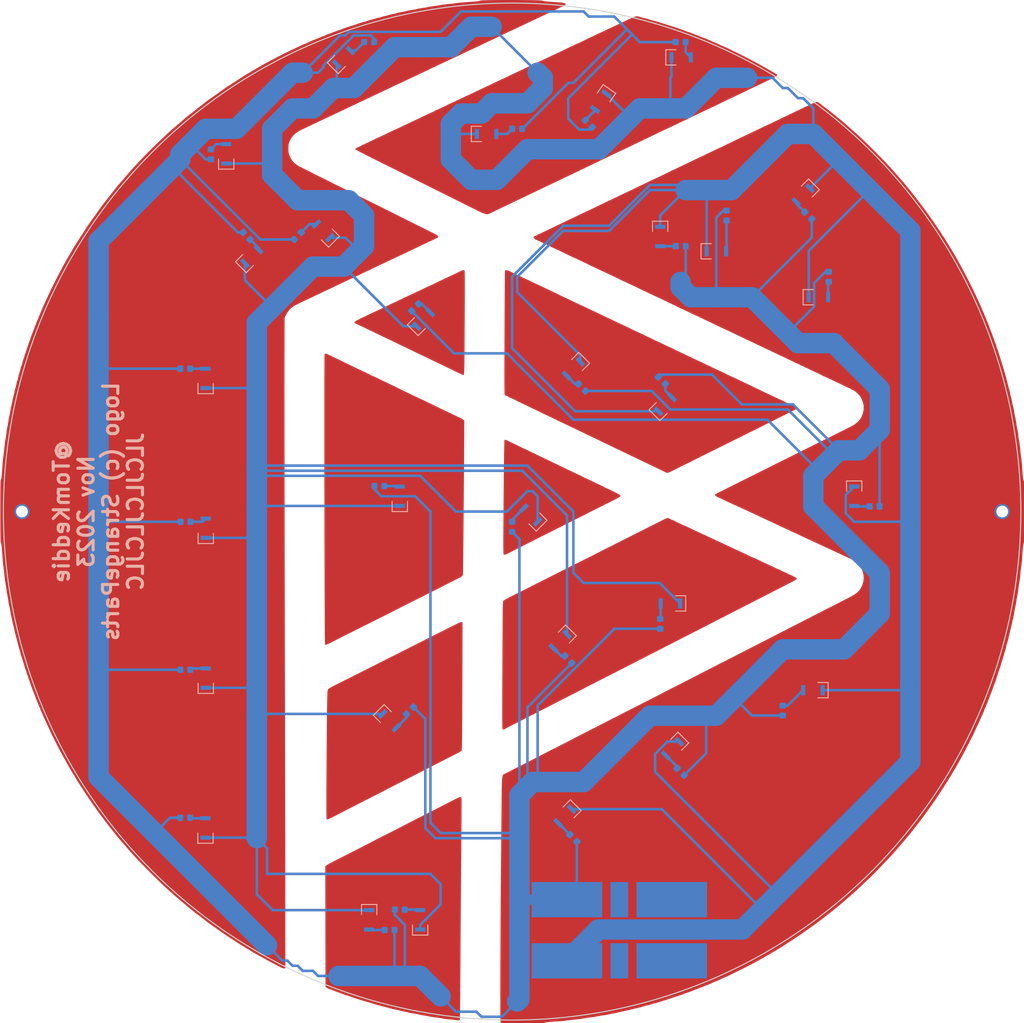
<source format=kicad_pcb>
(kicad_pcb (version 20221018) (generator pcbnew)
  (layers (0 "F.Cu" signal) (31 "B.Cu" signal) (34 "B.Paste" user) (35 "F.Paste" user) (36 "B.SilkS" user "B.Silkscreen") (37 "F.SilkS" user "F.Silkscreen") (38 "B.Mask" user) (39 "F.Mask" user) (44 "Edge.Cuts" user))
  (net 0 "")
  (net 1 "GND")
  (net 2 "Net-(D1-A)")
  (net 3 "+3.3V")
  (net 8 "Net-(D2-A)")
  (net 9 "Net-(D3-A)")
  (net 10 "Net-(D4-A)")
  (net 11 "Net-(D5-A)")
  (net 12 "Net-(D6-A)")
  (net 13 "Net-(D7-A)")
  (net 14 "Net-(D8-A)")
  (net 15 "Net-(D9-A)")
  (net 16 "Net-(D10-A)")
  (net 17 "Net-(D11-A)")
  (net 18 "Net-(D12-A)")
  (net 19 "Net-(D13-A)")
  (net 20 "Net-(D14-A)")
  (net 21 "Net-(D15-A)")
  (net 22 "Net-(D16-A)")
  (net 23 "Net-(D17-A)")
  (net 24 "Net-(D18-A)")
  (net 25 "Net-(D19-A)")
  (net 26 "Net-(D20-A)")
  (net 27 "Net-(D21-A)")
  (net 28 "Net-(D22-A)")
  (net 29 "Net-(D23-A)")
  (net 30 "Net-(D24-A)")
  (net 31 "Net-(D25-A)")
  (net 32 "Net-(D26-A)")
  (net 33 "Net-(D27-A)")
  (net 34 "Net-(D28-A)")
  (net 35 "Net-(D29-A)")
  (footprint "library:logo-copper" (layer "F.Cu") (at 100 100)
    (fp_text reference "G***" hide)
    (fp_text value "LOGO" hide)
  )
  (footprint "library:logo-negative-mask" (layer "F.Cu") (at 100 100)
    (fp_text reference "G***" hide)
    (fp_text value "LOGO" hide)
  )
  (footprint "tom-opto:JLCPCB_SIDE_C409529" (layer "B.Cu") (at 133.5 98.5 180)
    (fp_text reference "D10" hide)
    (fp_text value "LED" hide)
  )
  (footprint "tom-opto:JLCPCB_SIDE_C409529" (layer "B.Cu") (at 91 140)
    (fp_text reference "D1" hide)
    (fp_text value "LED" hide)
  )
  (footprint "tom-opto:JLCPCB_SIDE_C409529" (layer "B.Cu") (at 89 98.5)
    (fp_text reference "D12" hide)
    (fp_text value "LED" hide)
  )
  (footprint "tom-passives:R_0402_1005Metric" (layer "B.Cu") (at 116.5 125.5 135)
    (fp_text reference "R4" hide)
    (fp_text value "220" hide)
  )
  (footprint "tom-opto:JLCPCB_SIDE_C409529" (layer "B.Cu") (at 74.5 75 -45)
    (fp_text reference "D22" hide)
    (fp_text value "LED" hide)
  )
  (footprint "tom-opto:JLCPCB_SIDE_C409529" (layer "B.Cu") (at 108.671751 59.828249 145)
    (fp_text reference "D17" hide)
    (fp_text value "LED" hide)
  )
  (footprint "tom-opto:JLCPCB_SIDE_C409529" (layer "B.Cu") (at 104.707107 112.707107 135)
    (fp_text reference "D9" hide)
    (fp_text value "LED" hide)
  )
  (footprint "tom-opto:JLCPCB_SIDE_C409529" (layer "B.Cu") (at 86 140 180)
    (fp_text reference "D2" hide)
    (fp_text value "LED" hide)
  )
  (footprint "tom-passives:R_0402_1005Metric" (layer "B.Cu") (at 88 141 180)
    (fp_text reference "R2" hide)
    (fp_text value "220" hide)
  )
  (footprint "tom-passives:R_0402_1005Metric" (layer "B.Cu") (at 107.5 62 135)
    (fp_text reference "R17" hide)
    (fp_text value "220" hide)
  )
  (footprint "tom-opto:JLCPCB_SIDE_C409529" (layer "B.Cu") (at 114.5 73.05 180)
    (fp_text reference "D14" hide)
    (fp_text value "LED" hide)
  )
  (footprint "tom-passives:R_0402_1005Metric" (layer "B.Cu") (at 129 71 135)
    (fp_text reference "R13" hide)
    (fp_text value "220" hide)
  )
  (footprint "tom-connectors:Badgelife-SAOv169-SAO-2x3-SMD-BIGPADS" (layer "B.Cu") (at 110.5 141 180)
    (fp_text reference "X1" hide)
    (fp_text value "Badgelife_sao_connector_v169bis" hide)
  )
  (footprint "tom-opto:JLCPCB_SIDE_C409529" (layer "B.Cu") (at 72 64.949999)
    (fp_text reference "D18" hide)
    (fp_text value "LED" hide)
  )
  (footprint "tom-opto:JLCPCB_SIDE_C409529" (layer "B.Cu") (at 128.5 69 135)
    (fp_text reference "D13" hide)
    (fp_text value "LED" hide)
  )
  (footprint "tom-passives:R_0402_1005Metric" (layer "B.Cu") (at 74 73 -45)
    (fp_text reference "R22" hide)
    (fp_text value "220" hide)
  )
  (footprint "tom-passives:R_0402_1005Metric" (layer "B.Cu") (at 131 77 -90)
    (fp_text reference "R24" hide)
    (fp_text value "220" hide)
  )
  (footprint "tom-opto:JLCPCB_SIDE_C409529" (layer "B.Cu") (at 69.97 131)
    (fp_text reference "D7" hide)
    (fp_text value "LED" hide)
  )
  (footprint "tom-passives:R_0402_1005Metric" (layer "B.Cu") (at 121 71 -90)
    (fp_text reference "R20" hide)
    (fp_text value "220" hide)
  )
  (footprint "tom-passives:R_0402_1005Metric" (layer "B.Cu") (at 68 115.5)
    (fp_text reference "R27" hide)
    (fp_text value "220" hide)
  )
  (footprint "tom-opto:JLCPCB_SIDE_C409529" (layer "B.Cu") (at 106 86 135)
    (fp_text reference "D19" hide)
    (fp_text value "LED" hide)
  )
  (footprint "tom-opto:JLCPCB_SIDE_C409529" (layer "B.Cu") (at 70 116.316665)
    (fp_text reference "D27" hide)
    (fp_text value "LED" hide)
  )
  (footprint "library:logo-mirrored-negative-mask" (layer "B.Cu") (at 100 100 180)
    (fp_text reference "G***" hide)
    (fp_text value "LOGO" hide)
  )
  (footprint "tom-passives:R_0402_1005Metric" (layer "B.Cu") (at 100 101.5 90)
    (fp_text reference "R25" hide)
    (fp_text value "220" hide)
  )
  (footprint "tom-passives:R_0402_1005Metric" (layer "B.Cu") (at 135.5 99.5 180)
    (fp_text reference "R10" hide)
    (fp_text value "220" hide)
  )
  (footprint "tom-passives:R_0402_1005Metric" (layer "B.Cu") (at 106 132 135)
    (fp_text reference "R3" hide)
    (fp_text value "220" hide)
  )
  (footprint "tom-passives:R_0402_1005Metric" (layer "B.Cu") (at 116.515 74 180)
    (fp_text reference "R14" hide)
    (fp_text value "220" hide)
  )
  (footprint "tom-passives:R_0402_1005Metric" (layer "B.Cu") (at 68.015 101)
    (fp_text reference "R26" hide)
    (fp_text value "220" hide)
  )
  (footprint "tom-passives:R_0402_1005Metric" (layer "B.Cu") (at 67.985 86)
    (fp_text reference "R11" hide)
    (fp_text value "220" hide)
  )
  (footprint "tom-passives:R_0402_1005Metric" (layer "B.Cu") (at 100.5 62.5 180)
    (fp_text reference "R21" hide)
    (fp_text value "220" hide)
  )
  (footprint "tom-opto:JLCPCB_SIDE_C409529" (layer "B.Cu") (at 105.171751 129.828249 135)
    (fp_text reference "D3" hide)
    (fp_text value "LED" hide)
  )
  (footprint "tom-opto:JLCPCB_SIDE_C409529" (layer "B.Cu") (at 120 74.5 -90)
    (fp_text reference "D20" hide)
    (fp_text value "LED" hide)
  )
  (footprint "tom-opto:JLCPCB_SIDE_C409529" (layer "B.Cu") (at 97.5 63 -90)
    (fp_text reference "D21" hide)
    (fp_text value "LED" hide)
  )
  (footprint "tom-opto:JLCPCB_SIDE_C409529" (layer "B.Cu") (at 69.985 86.949999)
    (fp_text reference "D11" hide)
    (fp_text value "LED" hide)
  )
  (footprint "tom-opto:JLCPCB_SIDE_C409529" (layer "B.Cu") (at 91.328249 81.171751 -45)
    (fp_text reference "D16" hide)
    (fp_text value "LED" hide)
  )
  (footprint "tom-passives:R_0402_1005Metric" (layer "B.Cu") (at 89 139)
    (fp_text reference "R1" hide)
    (fp_text value "220" hide)
  )
  (footprint "tom-passives:R_0402_1005Metric" (layer "B.Cu") (at 67.985 130)
    (fp_text reference "R7" hide)
    (fp_text value "220" hide)
  )
  (footprint "tom-opto:JLCPCB_SIDE_C409529" (layer "B.Cu") (at 81.5 72.5 45)
    (fp_text reference "D29" hide)
    (fp_text value "LED" hide)
  )
  (footprint "tom-opto:JLCPCB_SIDE_C409529" (layer "B.Cu") (at 101.828249 100.328249 45)
    (fp_text reference "D25" hide)
    (fp_text value "LED" hide)
  )
  (footprint "tom-passives:R_0402_1005Metric" (layer "B.Cu") (at 90 119.5 -135)
    (fp_text reference "R6" hide)
    (fp_text value "220" hide)
  )
  (footprint "tom-passives:R_0402_1005Metric" (layer "B.Cu") (at 116.5 54)
    (fp_text reference "R15" hide)
    (fp_text value "220" hide)
  )
  (footprint "tom-passives:R_0402_1005Metric" (layer "B.Cu") (at 70.5 65 90)
    (fp_text reference "R18" hide)
    (fp_text value "220" hide)
  )
  (footprint "tom-opto:JLCPCB_SIDE_C409529" (layer "B.Cu") (at 115 89.5 -45)
    (fp_text reference "D23" hide)
    (fp_text value "LED" hide)
  )
  (footprint "tom-passives:R_0402_1005Metric" (layer "B.Cu") (at 86 54 180)
    (fp_text reference "R28" hide)
    (fp_text value "220" hide)
  )
  (footprint "tom-passives:R_0402_1005Metric" (layer "B.Cu") (at 90.5 80 45)
    (fp_text reference "R16" hide)
    (fp_text value "220" hide)
  )
  (footprint "tom-opto:JLCPCB_SIDE_C409529" (layer "B.Cu") (at 70 101.633332)
    (fp_text reference "D26" hide)
    (fp_text value "LED" hide)
  )
  (footprint "tom-opto:JLCPCB_SIDE_C409529" (layer "B.Cu") (at 130 79 -90)
    (fp_text reference "D24" hide)
    (fp_text value "LED" hide)
  )
  (footprint "tom-passives:R_0402_1005Metric" (layer "B.Cu") (at 126.5 119.5 90)
    (fp_text reference "R5" hide)
    (fp_text value "220" hide)
  )
  (footprint "tom-opto:JLCPCB_SIDE_C409529" (layer "B.Cu") (at 83.5 55.5 -45)
    (fp_text reference "D28" hide)
    (fp_text value "LED" hide)
  )
  (footprint "tom-opto:JLCPCB_SIDE_C409529" (layer "B.Cu") (at 116.550001 55.5 -90)
    (fp_text reference "D15" hide)
    (fp_text value "LED" hide)
  )
  (footprint "tom-passives:R_0402_1005Metric" (layer "B.Cu") (at 114.657053 87.157053 -45)
    (fp_text reference "R23" hide)
    (fp_text value "220" hide)
  )
  (footprint "tom-passives:R_0402_1005Metric" (layer "B.Cu") (at 105.5 114.5 135)
    (fp_text reference "R9" hide)
    (fp_text value "220" hide)
  )
  (footprint "tom-opto:JLCPCB_SIDE_C409529" (layer "B.Cu") (at 129.45 117.5 90)
    (fp_text reference "D5" hide)
    (fp_text value "LED" hide)
  )
  (footprint "tom-passives:R_0402_1005Metric" (layer "B.Cu") (at 79 73 45)
    (fp_text reference "R29" hide)
    (fp_text value "220" hide)
  )
  (footprint "tom-opto:JLCPCB_SIDE_C409529" (layer "B.Cu") (at 115.5 109 90)
    (fp_text reference "D8" hide)
    (fp_text value "LED" hide)
  )
  (footprint "tom-passives:R_0402_1005Metric" (layer "B.Cu") (at 114.5 111 90)
    (fp_text reference "R8" hide)
    (fp_text value "220" hide)
  )
  (footprint "tom-passives:R_0402_1005Metric" (layer "B.Cu") (at 106.842947 87.842947 135)
    (fp_text reference "R19" hide)
    (fp_text value "220" hide)
  )
  (footprint "tom-opto:JLCPCB_SIDE_C409529" (layer "B.Cu") (at 115.707107 123.207107 135)
    (fp_text reference "D4" hide)
    (fp_text value "LED" hide)
  )
  (footprint "tom-opto:JLCPCB_SIDE_C409529" (layer "B.Cu") (at 88 120.5 -135)
    (fp_text reference "D6" hide)
    (fp_text value "LED" hide)
  )
  (footprint "tom-passives:R_0402_1005Metric" (layer "B.Cu") (at 87 97.5)
    (fp_text reference "R12" hide)
    (fp_text value "220" hide)
  )
  (gr_circle (center 100 100) (end 149 91) (stroke (width 0.1)) (fill none) (layer "Edge.Cuts"))
  (gr_text "@TomKeddie\nNov 2023\nLogo (c) StrangeParts\nJLCJLCJLCJLC" (at 59.5 100 90) (layer "B.SilkS") (effects (font (size 1.5 1.5) (thickness 0.3) bold) (justify mirror)))
  (via (at 52 100) (size 1.5) (drill 1.152) (layers "F.Cu" "B.Cu") (net 0))
  (via (at 148 100) (size 1.5) (drill 1.152) (layers "F.Cu" "B.Cu") (net 0))
  (segment (start 125.5 57.5) (end 123 57.5) (width 0.25) (layer "B.Cu") (net 1))
  (segment (start 91 140.95) (end 91 140.5) (width 0.25) (layer "B.Cu") (net 1))
  (segment (start 75 81.5) (end 75 88) (width 2) (layer "B.Cu") (net 1))
  (segment (start 117 60.5) (end 115 60.5) (width 2) (layer "B.Cu") (net 1))
  (segment (start 129.05 74.45) (end 135 68.5) (width 0.25) (layer "B.Cu") (net 1))
  (segment (start 106 100) (end 101.5 95.5) (width 0.25) (layer "B.Cu") (net 1))
  (segment (start 129.5 63) (end 129.5 60.5) (width 0.25) (layer "B.Cu") (net 1))
  (segment (start 76.55 139.05) (end 75 137.5) (width 0.25) (layer "B.Cu") (net 1))
  (segment (start 103 58.5) (end 103 57.5) (width 2) (layer "B.Cu") (net 1))
  (segment (start 127 63) (end 121.5 68.5) (width 2) (layer "B.Cu") (net 1))
  (segment (start 85 74.5) (end 83.5 76) (width 2) (layer "B.Cu") (net 1))
  (segment (start 101.5 98) (end 99.5 100) (width 0.25) (layer "B.Cu") (net 1))
  (segment (start 109.5 72.5) (end 113.5 68.5) (width 0.25) (layer "B.Cu") (net 1))
  (segment (start 89 99.45) (end 75.05 99.45) (width 0.25) (layer "B.Cu") (net 1))
  (segment (start 114.5 71) (end 117 68.5) (width 0.25) (layer "B.Cu") (net 1))
  (segment (start 77 67.5) (end 79 69.5) (width 2) (layer "B.Cu") (net 1))
  (segment (start 114 125.5) (end 126 137.5) (width 0.25) (layer "B.Cu") (net 1))
  (segment (start 135 68.5) (end 132 65.5) (width 2) (layer "B.Cu") (net 1))
  (segment (start 94 65.5) (end 94 63) (width 2) (layer "B.Cu") (net 1))
  (segment (start 70 102.583332) (end 74.916668 102.583332) (width 0.25) (layer "B.Cu") (net 1))
  (segment (start 114.45 107) (end 107 107) (width 0.25) (layer "B.Cu") (net 1))
  (segment (start 97 61) (end 98 60) (width 2) (layer "B.Cu") (net 1))
  (segment (start 122.55 140.95) (end 124.5 139) (width 2) (layer "B.Cu") (net 1))
  (segment (start 106.671751 84.671751) (end 100.5 78.5) (width 0.25) (layer "B.Cu") (net 1))
  (segment (start 76.5 64) (end 76.5 65.5) (width 2) (layer "B.Cu") (net 1))
  (segment (start 139 72.5) (end 135 68.5) (width 2) (layer "B.Cu") (net 1))
  (segment (start 115.5 60) (end 115 60.5) (width 0.25) (layer "B.Cu") (net 1))
  (segment (start 93 138.5) (end 93 136.5) (width 0.25) (layer "B.Cu") (net 1))
  (segment (start 132.675 100.175) (end 133.5 101) (width 0.25) (layer "B.Cu") (net 1))
  (segment (start 106 106) (end 106 100) (width 0.25) (layer "B.Cu") (net 1))
  (segment (start 75.171751 119.828249) (end 75 120) (width 0.25) (layer "B.Cu") (net 1))
  (segment (start 100 77) (end 105 72) (width 0.25) (layer "B.Cu") (net 1))
  (segment (start 139 124.5) (end 139 117) (width 2) (layer "B.Cu") (net 1))
  (segment (start 120 57.5) (end 117 60.5) (width 2) (layer "B.Cu") (net 1))
  (segment (start 115 60.5) (end 112.5 60.5) (width 2) (layer "B.Cu") (net 1))
  (segment (start 87.328249 119.828249) (end 75.171751 119.828249) (width 0.25) (layer "B.Cu") (net 1))
  (segment (start 105 72) (end 109.5 72) (width 0.25) (layer "B.Cu") (net 1))
  (segment (start 101.5 60) (end 103 58.5) (width 2) (layer "B.Cu") (net 1))
  (segment (start 70 117.266665) (end 74.733335 117.266665) (width 0.25) (layer "B.Cu") (net 1))
  (segment (start 115.600001 55.5) (end 115.600001 57.399999) (width 0.25) (layer "B.Cu") (net 1))
  (segment (start 108.5 64.5) (end 101.5 64.5) (width 2) (layer "B.Cu") (net 1))
  (segment (start 126.5 58.5) (end 125.5 57.5) (width 0.25) (layer "B.Cu") (net 1))
  (segment (start 105 72.5) (end 109.5 72.5) (width 0.25) (layer "B.Cu") (net 1))
  (segment (start 106.671751 85.328249) (end 106.671751 84.671751) (width 0.25) (layer "B.Cu") (net 1))
  (segment (start 124.5 139) (end 126 137.5) (width 2) (layer "B.Cu") (net 1))
  (segment (start 82.5 58.5) (end 80.5 60.5) (width 2) (layer "B.Cu") (net 1))
  (segment (start 103 57.5) (end 102.5 57) (width 2) (layer "B.Cu") (net 1))
  (segment (start 75 88) (end 75 96) (width 2) (layer "B.Cu") (net 1))
  (segment (start 82 69.5) (end 84 69.5) (width 2) (layer "B.Cu") (net 1))
  (segment (start 91 96.5) (end 75.5 96.5) (width 0.25) (layer "B.Cu") (net 1))
  (segment (start 75.5 96.5) (end 75 96) (width 0.25) (layer "B.Cu") (net 1))
  (segment (start 74.916668 102.583332) (end 75 102.5) (width 0.25) (layer "B.Cu") (net 1))
  (segment (start 139 117) (end 139 101) (width 2) (layer "B.Cu") (net 1))
  (segment (start 105.378858 100.378858) (end 101 96) (width 0.25) (layer "B.Cu") (net 1))
  (segment (start 102.5 98.5) (end 102 98) (width 0.25) (layer "B.Cu") (net 1))
  (segment (start 114.656498 129.156498) (end 124.5 139) (width 0.25) (layer "B.Cu") (net 1))
  (segment (start 84 69.5) (end 85.5 71) (width 2) (layer "B.Cu") (net 1))
  (segment (start 96 52.5) (end 98 52.5) (width 2) (layer "B.Cu") (net 1))
  (segment (start 89.343502 81.843502) (end 83.5 76) (width 0.25) (layer "B.Cu") (net 1))
  (segment (start 128 59.5) (end 127 58.5) (width 0.25) (layer "B.Cu") (net 1))
  (segment (start 133.5 97.55) (end 132.675 98.375) (width 0.25) (layer "B.Cu") (net 1))
  (segment (start 105.843502 129.156498) (end 114.656498 129.156498) (width 0.25) (layer "B.Cu") (net 1))
  (segment (start 94 63) (end 94 62) (width 2) (layer "B.Cu") (net 1))
  (segment (start 119.05 69.05) (end 118.5 68.5) (width 0.25) (layer "B.Cu") (net 1))
  (segment (start 75 102.5) (end 75 117) (width 2) (layer "B.Cu") (net 1))
  (segment (start 129.171751 68.328249) (end 132 65.5) (width 0.25) (layer "B.Cu") (net 1))
  (segment (start 75 117) (end 75 120) (width 2) (layer "B.Cu") (net 1))
  (segment (start 108.4364 140.95) (end 122.55 140.95) (width 2) (layer "B.Cu") (net 1))
  (segment (start 107 107) (end 106 106) (width 0.25) (layer "B.Cu") (net 1))
  (segment (start 75 99.5) (end 75 102.5) (width 2) (layer "B.Cu") (net 1))
  (segment (start 80.5 60.5) (end 78.5 60.5) (width 2) (layer "B.Cu") (net 1))
  (segment (start 95 61) (end 97 61) (width 2) (layer "B.Cu") (net 1))
  (segment (start 114 123.747486) (end 114 125.5) (width 0.25) (layer "B.Cu") (net 1))
  (segment (start 76 133) (end 75 132) (width 0.25) (layer "B.Cu") (net 1))
  (segment (start 94 62) (end 95 61) (width 2) (layer "B.Cu") (net 1))
  (segment (start 92 135.5) (end 76 135.5) (width 0.25) (layer "B.Cu") (net 1))
  (segment (start 91 54.5) (end 94 54.5) (width 2) (layer "B.Cu") (net 1))
  (segment (start 118.5 68.5) (end 117 68.5) (width 2) (layer "B.Cu") (net 1))
  (segment (start 73.828249 77.328249) (end 76.5 80) (width 0.25) (layer "B.Cu") (net 1))
  (segment (start 116.45 109) (end 114.45 107) (width 0.25) (layer "B.Cu") (net 1))
  (segment (start 101 96) (end 75 96) (width 0.25) (layer "B.Cu") (net 1))
  (segment (start 76 135.5) (end 76 133) (width 0.25) (layer "B.Cu") (net 1))
  (segment (start 91 54.5) (end 88.5 54.5) (width 2) (layer "B.Cu") (net 1))
  (segment (start 115.5 57.5) (end 115.5 60) (width 0.25) (layer "B.Cu") (net 1))
  (segment (start 138.5 117.5) (end 139 117) (width 0.25) (layer "B.Cu") (net 1))
  (segment (start 102 98) (end 101.5 98) (width 0.25) (layer "B.Cu") (net 1))
  (segment (start 114.5 72.1) (end 114.5 71) (width 0.25) (layer "B.Cu") (net 1))
  (segment (start 74.899999 87.899999) (end 75 88) (width 0.25) (layer "B.Cu") (net 1))
  (segment (start 113.5 68) (end 116.5 68) (width 0.25) (layer "B.Cu") (net 1))
  (segment (start 133.5 101) (end 139 101) (width 0.25) (layer "B.Cu") (net 1))
  (segment (start 76.100001 65.899999) (end 76.5 65.5) (width 0.25) (layer "B.Cu") (net 1))
  (segment (start 84.5 58.5) (end 82.5 58.5) (width 2) (layer "B.Cu") (net 1))
  (segment (start 116.5 68) (end 117 68.5) (width 0.25) (layer "B.Cu") (net 1))
  (segment (start 76.5 67) (end 77 67.5) (width 2) (layer "B.Cu") (net 1))
  (segment (start 69.985 87.899999) (end 74.899999 87.899999) (width 0.25) (layer "B.Cu") (net 1))
  (segment (start 105.3692 144.0172) (end 108.4364 140.95) (width 2) (layer "B.Cu") (net 1))
  (segment (start 85.5 74) (end 85 74.5) (width 2) (layer "B.Cu") (net 1))
  (segment (start 85.5 71) (end 85.5 74) (width 2) (layer "B.Cu") (net 1))
  (segment (start 111.75 61.25) (end 108.5 64.5) (width 2) (layer "B.Cu") (net 1))
  (segment (start 73.828249 75.671751) (end 73.828249 77.328249) (width 0.25) (layer "B.Cu") (net 1))
  (segment (start 128.5 59.5) (end 128 59.5) (width 0.25) (layer "B.Cu") (net 1))
  (segment (start 82.171751 73.171751) (end 83.671751 73.171751) (width 0.25) (layer "B.Cu") (net 1))
  (segment (start 119.05 74.5) (end 119.05 69.05) (width 0.25) (layer "B.Cu") (net 1))
  (segment (start 76.5 65.5) (end 76.5 67) (width 2) (layer "B.Cu") (net 1))
  (segment (start 69.97 131.95) (end 74.95 131.95) (width 0.25) (layer "B.Cu") (net 1))
  (segment (start 83.5 76) (end 80.5 76) (width 2) (layer "B.Cu") (net 1))
  (segment (start 76.5 80) (end 75 81.5) (width 2) (layer "B.Cu") (net 1))
  (segment (start 130.4 117.5) (end 138.5 117.5) (width 0.25) (layer "B.Cu") (net 1))
  (segment (start 109.216649 59.050055) (end 111.416594 61.25) (width 0.25) (layer "B.Cu") (net 1))
  (segment (start 129.5 63) (end 127 63) (width 2) (layer "B.Cu") (net 1))
  (segment (start 95.5 53) (end 96 52.5) (width 2) (layer "B.Cu") (net 1))
  (segment (start 90.656498 81.843502) (end 89.343502 81.843502) (width 0.25) (layer "B.Cu") (net 1))
  (segment (start 132 65.5) (end 129.5 63) (width 2) (layer "B.Cu") (net 1))
  (segment (start 102.5 101) (end 102.5 98.5) (width 0.25) (layer "B.Cu") (net 1))
  (segment (start 99.5 100) (end 94.5 100) (width 0.25) (layer "B.Cu") (net 1))
  (segment (start 129.5 60.5) (end 128.5 59.5) (width 0.25) (layer "B.Cu") (net 1))
  (segment (start 109.5 72) (end 113.5 68) (width 0.25) (layer "B.Cu") (net 1))
  (segment (start 76.5 62.5) (end 76.5 64) (width 2) (layer "B.Cu") (net 1))
  (segment (start 121 57.5) (end 120 57.5) (width 2) (layer "B.Cu") (net 1))
  (segment (start 83.671751 73.171751) (end 85 74.5) (width 0.25) (layer "B.Cu") (net 1))
  (segment (start 106.171751 90.171751) (end 100 84) (width 0.25) (layer "B.Cu") (net 1))
  (segment (start 79 69.5) (end 82 69.5) (width 2) (layer "B.Cu") (net 1))
  (segment (start 93 136.5) (end 92 135.5) (width 0.25) (layer "B.Cu") (net 1))
  (segment (start 98 60) (end 101.5 60) (width 2) (layer "B.Cu") (net 1))
  (segment (start 96.55 63) (end 94 63) (width 0.25) (layer "B.Cu") (net 1))
  (segment (start 94 54.5) (end 95.5 53) (width 2) (layer "B.Cu") (net 1))
  (segment (start 78.5 60.5) (end 76.5 62.5) (width 2) (layer "B.Cu") (net 1))
  (segment (start 115.21213 122.535356) (end 114 123.747486) (width 0.25) (layer "B.Cu") (net 1))
  (segment (start 101.5 64.5) (end 98.5 67.5) (width 2) (layer "B.Cu") (net 1))
  (segment (start 113.5 68.5) (end 117 68.5) (width 0.25) (layer "B.Cu") (net 1))
  (segment (start 111.416594 61.25) (end 111.75 61.25) (width 0.25) (layer "B.Cu") (net 1))
  (segment (start 86 139.05) (end 76.55 139.05) (width 0.25) (layer "B.Cu") (net 1))
  (segment (start 75 96) (end 75 99.5) (width 2) (layer "B.Cu") (net 1))
  (segment (start 98.5 67.5) (end 96 67.5) (width 2) (layer "B.Cu") (net 1))
  (segment (start 91 140.5) (end 93 138.5) (width 0.25) (layer "B.Cu") (net 1))
  (segment (start 75 120) (end 75 132) (width 2) (layer "B.Cu") (net 1))
  (segment (start 112.5 60.5) (end 111.75 61.25) (width 2) (layer "B.Cu") (net 1))
  (segment (start 115.600001 57.399999) (end 115.5 57.5) (width 0.25) (layer "B.Cu") (net 1))
  (segment (start 114.328249 90.171751) (end 106.171751 90.171751) (width 0.25) (layer "B.Cu") (net 1))
  (segment (start 116.378858 122.535356) (end 115.21213 122.535356) (width 0.25) (layer "B.Cu") (net 1))
  (segment (start 82.828249 58.171751) (end 82.5 58.5) (width 0.25) (layer "B.Cu") (net 1))
  (segment (start 121.5 68.5) (end 118.5 68.5) (width 2) (layer "B.Cu") (net 1))
  (segment (start 75.05 99.45) (end 75 99.5) (width 0.25) (layer "B.Cu") (net 1))
  (segment (start 126 137.5) (end 139 124.5) (width 2) (layer "B.Cu") (net 1))
  (segment (start 100 84) (end 100 77) (width 0.25) (layer "B.Cu") (net 1))
  (segment (start 80.5 76) (end 76.5 80) (width 2) (layer "B.Cu") (net 1))
  (segment (start 132.675 98.375) (end 132.675 100.175) (width 0.25) (layer "B.Cu") (net 1))
  (segment (start 101.5 95.5) (end 75.5 95.5) (width 0.25) (layer "B.Cu") (net 1))
  (segment (start 74.733335 117.266665) (end 75 117) (width 0.25) (layer "B.Cu") (net 1))
  (segment (start 100.5 78.5) (end 100.5 77) (width 0.25) (layer "B.Cu") (net 1))
  (segment (start 98 52.5) (end 102.5 57) (width 0.25) (layer "B.Cu") (net 1))
  (segment (start 127 58.5) (end 126.5 58.5) (width 0.25) (layer "B.Cu") (net 1))
  (segment (start 72 65.899999) (end 76.100001 65.899999) (width 0.25) (layer "B.Cu") (net 1))
  (segment (start 74.95 131.95) (end 75 132) (width 0.25) (layer "B.Cu") (net 1))
  (segment (start 75 137.5) (end 75 132) (width 0.25) (layer "B.Cu") (net 1))
  (segment (start 100.5 77) (end 105 72.5) (width 0.25) (layer "B.Cu") (net 1))
  (segment (start 139 101) (end 139 72.5) (width 2) (layer "B.Cu") (net 1))
  (segment (start 88.5 54.5) (end 84.5 58.5) (width 2) (layer "B.Cu") (net 1))
  (segment (start 82.828249 56.171751) (end 82.828249 58.171751) (width 0.25) (layer "B.Cu") (net 1))
  (segment (start 96 67.5) (end 94 65.5) (width 2) (layer "B.Cu") (net 1))
  (segment (start 105.378858 112.035356) (end 105.378858 100.378858) (width 0.25) (layer "B.Cu") (net 1))
  (segment (start 94.5 100) (end 91 96.5) (width 0.25) (layer "B.Cu") (net 1))
  (segment (start 123 57.5) (end 121 57.5) (width 2) (layer "B.Cu") (net 1))
  (segment (start 75.5 95.5) (end 75 96) (width 0.25) (layer "B.Cu") (net 1))
  (segment (start 129.05 79) (end 129.05 74.45) (width 0.25) (layer "B.Cu") (net 1))
  (segment (start 90.95 139) (end 91 139.05) (width 0.25) (layer "B.Cu") (net 2))
  (segment (start 89.485 139) (end 90.95 139) (width 0.25) (layer "B.Cu") (net 2))
  (segment (start 120 79) (end 117.5 79) (width 2) (layer "B.Cu") (net 3))
  (segment (start 102 126.5) (end 107 126.5) (width 2) (layer "B.Cu") (net 3))
  (segment (start 120 120) (end 121.75 118.25) (width 2) (layer "B.Cu") (net 3))
  (segment (start 110 51.5) (end 111.25 52.75) (width 0.25) (layer "B.Cu") (net 3))
  (segment (start 114.314106 86.814106) (end 114.54038 86.587832) (width 0.25) (layer "B.Cu") (net 3))
  (segment (start 67.5 65.5) (end 67.5 65) (width 2) (layer "B.Cu") (net 3))
  (segment (start 81 145.5) (end 80.5 145) (width 0.25) (layer "B.Cu") (net 3))
  (segment (start 105.3692 138.0228) (end 100.7376 138.0228) (width 1) (layer "B.Cu") (net 3))
  (segment (start 100.5 148) (end 99 149.5) (width 0.25) (layer "B.Cu") (net 3))
  (segment (start 100.7148 138) (end 100.7148 147.7852) (width 2) (layer "B.Cu") (net 3))
  (segment (start 129.5 99.5) (end 129.5 96.5) (width 2) (layer "B.Cu") (net 3))
  (segment (start 91.5 131) (end 92.5 132) (width 0.25) (layer "B.Cu") (net 3))
  (segment (start 93 147.5) (end 91 145.5) (width 2) (layer "B.Cu") (net 3))
  (segment (start 70 62.5) (end 73 62.5) (width 2) (layer "B.Cu") (net 3))
  (segment (start 59.5 73.5) (end 63.5 69.5) (width 2) (layer "B.Cu") (net 3))
  (segment (start 119 123.685894) (end 119 120) (width 0.25) (layer "B.Cu") (net 3))
  (segment (start 77.5 144) (end 76 142.5) (width 0.25) (layer "B.Cu") (net 3))
  (segment (start 92 130.5) (end 93 131.5) (width 0.25) (layer "B.Cu") (net 3))
  (segment (start 129.575 77.620001) (end 129.575 79.925) (width 0.25) (layer "B.Cu") (net 3))
  (segment (start 132.5 113.5) (end 136 110) (width 2) (layer "B.Cu") (net 3))
  (segment (start 59.5 101) (end 59.5 86) (width 2) (layer "B.Cu") (net 3))
  (segment (start 107.5 51.5) (end 110 51.5) (width 0.25) (layer "B.Cu") (net 3))
  (segment (start 105.5 58) (end 106 58) (width 0.25) (layer "B.Cu") (net 3))
  (segment (start 119.587832 86.587832) (end 122.5 89.5) (width 0.25) (layer "B.Cu") (net 3))
  (segment (start 107.185894 88.185894) (end 113.685894 88.185894) (width 0.25) (layer "B.Cu") (net 3))
  (segment (start 78.5 57) (end 79.5 57) (width 2) (layer "B.Cu") (net 3))
  (segment (start 136 88) (end 131.5 83.5) (width 2) (layer "B.Cu") (net 3))
  (segment (start 79 144.5) (end 78.5 144.5) (width 0.25) (layer "B.Cu") (net 3))
  (segment (start 105.3692 138.0228) (end 104.5228 138.0228) (width 2) (layer "B.Cu") (net 3))
  (segment (start 129.342947 71.342947) (end 129.342947 73.157053) (width 0.25) (layer "B.Cu") (net 3))
  (segment (start 84.478272 53.355) (end 86.159999 53.355) (width 0.25) (layer "B.Cu") (net 3))
  (segment (start 78.657053 73.342947) (end 75.342947 73.342947) (width 0.25) (layer "B.Cu") (net 3))
  (segment (start 70.5 65.485) (end 69.985 65.485) (width 0.25) (layer "B.Cu") (net 3))
  (segment (start 117 74) (end 117 77) (width 0.25) (layer "B.Cu") (net 3))
  (segment (start 128 83.5) (end 127 82.5) (width 2) (layer "B.Cu") (net 3))
  (segment (start 88.515 139.515) (end 89.5 140.5) (width 0.25) (layer "B.Cu") (net 3))
  (segment (start 100.7148 102.6998) (end 100.7148 127.7852) (width 0.25) (layer "B.Cu") (net 3))
  (segment (start 99.5 84.5) (end 106 91) (width 0.25) (layer "B.Cu") (net 3))
  (segment (start 135.985 93.485) (end 135.25 92.75) (width 0.25) (layer "B.Cu") (net 3))
  (segment (start 75.342947 73.342947) (end 67.5 65.5) (width 0.25) (layer "B.Cu") (net 3))
  (segment (start 131.5 83.5) (end 129 83.5) (width 2) (layer "B.Cu") (net 3))
  (segment (start 83.145 53.355) (end 83.645 53.355) (width 0.25) (layer "B.Cu") (net 3))
  (segment (start 88.515 139) (end 88.515 139.515) (width 0.25) (layer "B.Cu") (net 3))
  (segment (start 67.515 115.5) (end 59.5 115.5) (width 0.25) (layer "B.Cu") (net 3))
  (segment (start 93 53) (end 95 51) (width 0.25) (layer "B.Cu") (net 3))
  (segment (start 81.5 56.5) (end 81.5 56.333272) (width 0.25) (layer "B.Cu") (net 3))
  (segment (start 86.515 97.5) (end 86.515 97.819999) (width 0.25) (layer "B.Cu") (net 3))
  (segment (start 107 51) (end 107.5 51.5) (width 0.25) (layer "B.Cu") (net 3))
  (segment (start 78.5 144.5) (end 78 144) (width 0.25) (layer "B.Cu") (net 3))
  (segment (start 125 80.5) (end 123.5 79) (width 2) (layer "B.Cu") (net 3))
  (segment (start 136 110) (end 136 106) (width 2) (layer "B.Cu") (net 3))
  (segment (start 129.5 96.5) (end 130.25 95.75) (width 2) (layer "B.Cu") (net 3))
  (segment (start 79.5 57) (end 81 57) (width 0.25) (layer "B.Cu") (net 3))
  (segment (start 90.342947 119.157053) (end 91.5 120.314106) (width 0.25) (layer "B.Cu") (net 3))
  (segment (start 129.575 79.925) (end 127 82.5) (width 0.25) (layer "B.Cu") (net 3))
  (segment (start 123.5 79) (end 120 79) (width 2) (layer "B.Cu") (net 3))
  (segment (start 100.2148 132) (end 100.7148 131.5) (width 0.25) (layer "B.Cu") (net 3))
  (segment (start 106.342947 137.049053) (end 105.3692 138.0228) (width 0.25) (layer "B.Cu") (net 3))
  (segment (start 88 145.5) (end 83 145.5) (width 2) (layer "B.Cu") (net 3))
  (segment (start 135.25 92.75) (end 136 92) (width 2) (layer "B.Cu") (net 3))
  (segment (start 129.75 95.75) (end 130.25 95.75) (width 0.25) (layer "B.Cu") (net 3))
  (segment (start 59.5 126) (end 59.5 115.5) (width 2) (layer "B.Cu") (net 3))
  (segment (start 81.5 56.333272) (end 84.478272 53.355) (width 0.25) (layer "B.Cu") (net 3))
  (segment (start 105.5 59.5) (end 111.75 53.25) (width 0.25) (layer "B.Cu") (net 3))
  (segment (start 100.985 62.5) (end 101 62.5) (width 0.25) (layer "B.Cu") (net 3))
  (segment (start 67.53 101) (end 59.5 101) (width 0.25) (layer "B.Cu") (net 3))
  (segment (start 102.5 126) (end 102 126.5) (width 0.25) (layer "B.Cu") (net 3))
  (segment (start 87.195001 98.5) (end 90.5 98.5) (width 0.25) (layer "B.Cu") (net 3))
  (segment (start 102.5 119) (end 102.5 126) (width 0.25) (layer "B.Cu") (net 3))
  (segment (start 83 145.5) (end 81 145.5) (width 0.25) (layer "B.Cu") (net 3))
  (segment (start 81 57) (end 81.5 56.5) (width 0.25) (layer "B.Cu") (net 3))
  (segment (start 116.842947 125.842947) (end 119 123.685894) (width 0.25) (layer "B.Cu") (net 3))
  (segment (start 100 101.985) (end 100.7148 102.6998) (width 0.25) (layer "B.Cu") (net 3))
  (segment (start 59.5 81) (end 59.5 73.5) (width 2) (layer "B.Cu") (net 3))
  (segment (start 89.5 140.5) (end 89.5 145) (width 0.25) (layer "B.Cu") (net 3))
  (segment (start 111.75 53.25) (end 112.5 54) (width 0.25) (layer "B.Cu") (net 3))
  (segment (start 113.5 120) (end 119 120) (width 2) (layer "B.Cu") (net 3))
  (segment (start 135.985 99.5) (end 135.985 93.485) (width 0.25) (layer "B.Cu") (net 3))
  (segment (start 115.5 90) (end 127 90) (width 0.25) (layer "B.Cu") (net 3))
  (segment (start 125 91) (end 129.75 95.75) (width 0.25) (layer "B.Cu") (net 3))
  (segment (start 90.5 98.5) (end 92 100) (width 0.25) (layer "B.Cu") (net 3))
  (segment (start 80.5 145) (end 79.5 145) (width 0.25) (layer "B.Cu") (net 3))
  (segment (start 112.5 54) (end 116.015 54) (width 0.25) (layer "B.Cu") (net 3))
  (segment (start 120.680001 70.515) (end 120 71.195001) (width 0.25) (layer "B.Cu") (net 3))
  (segment (start 136 92) (end 136 88) (width 2) (layer "B.Cu") (net 3))
  (segment (start 97 149.5) (end 96.5 149) (width 0.25) (layer "B.Cu") (net 3))
  (segment (start 59.5 86) (end 59.5 81) (width 2) (layer "B.Cu") (net 3))
  (segment (start 78 144) (end 77.5 144) (width 0.25) (layer "B.Cu") (net 3))
  (segment (start 83.645 53.355) (end 84 53) (width 0.25) (layer "B.Cu") (net 3))
  (segment (start 73.157053 72.657053) (end 66.75 66.25) (width 0.25) (layer "B.Cu") (net 3))
  (segment (start 106 91) (end 125 91) (width 0.25) (layer "B.Cu") (net 3))
  (segment (start 92.5 132) (end 100.2148 132) (width 0.25) (layer "B.Cu") (net 3))
  (segment (start 73 62.5) (end 78.5 57) (width 2) (layer "B.Cu") (net 3))
  (segment (start 126.5 113.5) (end 132.5 113.5) (width 2) (layer "B.Cu") (net 3))
  (segment (start 86.159999 53.355) (end 86.485 53.680001) (width 0.25) (layer "B.Cu") (net 3))
  (segment (start 129.342947 73.157053) (end 123.5 79) (width 0.25) (layer "B.Cu") (net 3))
  (segment (start 134 94) (end 135.25 92.75) (width 2) (layer "B.Cu") (net 3))
  (segment (start 79.5 145) (end 79 144.5) (width 0.25) (layer "B.Cu") (net 3))
  (segment (start 63.5 69.5) (end 66.75 66.25) (width 2) (layer "B.Cu") (net 3))
  (segment (start 91.5 120.314106) (end 91.5 131) (width 0.25) (layer "B.Cu") (net 3))
  (segment (start 125.5 114.5) (end 126.5 113.5) (width 2) (layer "B.Cu") (net 3))
  (segment (start 130.680001 76.515) (end 129.575 77.620001) (width 0.25) (layer "B.Cu") (net 3))
  (segment (start 100.7148 138) (end 100.7148 131.5) (width 2) (layer "B.Cu") (net 3))
  (segment (start 96.5 149) (end 94.5 149) (width 0.25) (layer "B.Cu") (net 3))
  (segment (start 59.5 115.5) (end 59.5 101) (width 2) (layer "B.Cu") (net 3))
  (segment (start 117 77) (end 116.5 77.5) (width 0.25) (layer "B.Cu") (net 3))
  (segment (start 90.157053 80.342947) (end 94.314106 84.5) (width 0.25) (layer "B.Cu") (net 3))
  (segment (start 66.5 130) (end 65 131.5) (width 0.25) (layer "B.Cu") (net 3))
  (segment (start 86.485 53.680001) (end 86.485 54) (width 0.25) (layer "B.Cu") (net 3))
  (segment (start 121 70.515) (end 120.680001 70.515) (width 0.25) (layer "B.Cu") (net 3))
  (segment (start 114.5 111.485) (end 110.015 111.485) (width 0.25) (layer "B.Cu") (net 3))
  (segment (start 100.7148 147.7852) (end 100.5 148) (width 2) (layer "B.Cu") (net 3))
  (segment (start 101.5 119.185894) (end 101.5 126) (width 0.25) (layer "B.Cu") (net 3))
  (segment (start 127 90) (end 131 94) (width 0.25) (layer "B.Cu") (net 3))
  (segment (start 73.657053 72.657053) (end 73.157053 72.657053) (width 0.25) (layer "B.Cu") (net 3))
  (segment (start 120 71.195001) (end 120 79) (width 0.25) (layer "B.Cu") (net 3))
  (segment (start 67.5 65) (end 68.5 64) (width 2) (layer "B.Cu") (net 3))
  (segment (start 131 94) (end 132 94) (width 0.25) (layer "B.Cu") (net 3))
  (segment (start 132 94) (end 134 94) (width 2) (layer "B.Cu") (net 3))
  (segment (start 126.5 119.985) (end 123.485 119.985) (width 0.25) (layer "B.Cu") (net 3))
  (segment (start 129 83.5) (end 128 83.5) (width 2) (layer "B.Cu") (net 3))
  (segment (start 114.54038 86.587832) (end 119.587832 86.587832) (width 0.25) (layer "B.Cu") (net 3))
  (segment (start 130.25 95.75) (end 132 94) (width 2) (layer "B.Cu") (net 3))
  (segment (start 101.5 126) (end 102 126.5) (width 0.25) (layer "B.Cu") (net 3))
  (segment (start 84 53) (end 93 53) (width 0.25) (layer "B.Cu") (net 3))
  (segment (start 101 62.5) (end 105.5 58) (width 0.25) (layer "B.Cu") (net 3))
  (segment (start 86.515 97.819999) (end 87.195001 98.5) (width 0.25) (layer "B.Cu") (net 3))
  (segment (start 89.5 145) (end 90 145.5) (width 0.25) (layer "B.Cu") (net 3))
  (segment (start 106.342947 132.342947) (end 106.342947 137.049053) (width 0.25) (layer "B.Cu") (net 3))
  (segment (start 90 145.5) (end 88 145.5) (width 2) (layer "B.Cu") (net 3))
  (segment (start 95 51) (end 107 51) (width 0.25) (layer "B.Cu") (net 3))
  (segment (start 107 126.5) (end 113.5 120) (width 2) (layer "B.Cu") (net 3))
  (segment (start 79.5 57) (end 83.145 53.355) (width 0.25) (layer "B.Cu") (net 3))
  (segment (start 106.569221 62.569221) (end 105.5 61.5) (width 0.25) (layer "B.Cu") (net 3))
  (segment (start 93 131.5) (end 100.7148 131.5) (width 0.25) (layer "B.Cu") (net 3))
  (segment (start 111.25 52.75) (end 111.75 53.25) (width 0.25) (layer "B.Cu") (net 3))
  (segment (start 105.842947 114.842947) (end 101.5 119.185894) (width 0.25) (layer "B.Cu") (net 3))
  (segment (start 88.485 145.015) (end 88 145.5) (width 0.25) (layer "B.Cu") (net 3))
  (segment (start 67.5 130) (end 66.5 130) (width 0.25) (layer "B.Cu") (net 3))
  (segment (start 76 142.5) (end 72.75 139.25) (width 2) (layer "B.Cu") (net 3))
  (segment (start 72.75 139.25) (end 65 131.5) (width 2) (layer "B.Cu") (net 3))
  (segment (start 66.75 66.25) (end 67.5 65.5) (width 2) (layer "B.Cu") (net 3))
  (segment (start 65 131.5) (end 59.5 126) (width 2) (layer "B.Cu") (net 3))
  (segment (start 110.015 111.485) (end 102.5 119) (width 0.25) (layer "B.Cu") (net 3))
  (segment (start 127.5 89.5) (end 132 94) (width 0.25) (layer "B.Cu") (net 3))
  (segment (start 107.842947 62.342947) (end 107.616673 62.569221) (width 0.25) (layer "B.Cu") (net 3))
  (segment (start 136 106) (end 129.5 99.5) (width 2) (layer "B.Cu") (net 3))
  (segment (start 69.985 65.485) (end 68.5 64) (width 0.25) (layer "B.Cu") (net 3))
  (segment (start 105.5 61.5) (end 105.5 59.5) (width 0.25) (layer "B.Cu") (net 3))
  (segment (start 94.314106 84.5) (end 99.5 84.5) (width 0.25) (layer "B.Cu") (net 3))
  (segment (start 121.75 118.25) (end 125.5 114.5) (width 2) (layer "B.Cu") (net 3))
  (segment (start 67.5 86) (end 59.5 86) (width 0.25) (layer "B.Cu") (net 3))
  (segment (start 100.7376 138.0228) (end 100.7148 138) (width 1) (layer "B.Cu") (net 3))
  (segment (start 131 76.515) (end 130.680001 76.515) (width 0.25) (layer "B.Cu") (net 3))
  (segment (start 99 149.5) (end 97 149.5) (width 0.25) (layer "B.Cu") (net 3))
  (segment (start 127 82.5) (end 125 80.5) (width 2) (layer "B.Cu") (net 3))
  (segment (start 113.685894 88.185894) (end 115.5 90) (width 0.25) (layer "B.Cu") (net 3))
  (segment (start 107.616673 62.569221) (end 106.569221 62.569221) (width 0.25) (layer "B.Cu") (net 3))
  (segment (start 94.5 149) (end 93 147.5) (width 0.25) (layer "B.Cu") (net 3))
  (segment (start 92 100) (end 92 130.5) (width 0.25) (layer "B.Cu") (net 3))
  (segment (start 106 58) (end 111.25 52.75) (width 0.25) (layer "B.Cu") (net 3))
  (segment (start 68.5 64) (end 70 62.5) (width 2) (layer "B.Cu") (net 3))
  (segment (start 117.5 79) (end 116.5 78) (width 2) (layer "B.Cu") (net 3))
  (segment (start 116.5 78) (end 116.5 77.5) (width 2) (layer "B.Cu") (net 3))
  (segment (start 123.485 119.985) (end 121.75 118.25) (width 0.25) (layer "B.Cu") (net 3))
  (segment (start 88.485 141) (end 88.485 145.015) (width 0.25) (layer "B.Cu") (net 3))
  (segment (start 100.7148 127.7852) (end 102 126.5) (width 2) (layer "B.Cu") (net 3))
  (segment (start 122.5 89.5) (end 127.5 89.5) (width 0.25) (layer "B.Cu") (net 3))
  (segment (start 91 145.5) (end 90 145.5) (width 2) (layer "B.Cu") (net 3))
  (segment (start 119 120) (end 120 120) (width 2) (layer "B.Cu") (net 3))
  (segment (start 100.7148 131.5) (end 100.7148 127.7852) (width 2) (layer "B.Cu") (net 3))
  (segment (start 86.05 141) (end 86 140.95) (width 0.25) (layer "B.Cu") (net 8))
  (segment (start 87.515 141) (end 86.05 141) (width 0.25) (layer "B.Cu") (net 8))
  (segment (start 104.5 130.5) (end 105.657053 131.657053) (width 0.25) (layer "B.Cu") (net 9))
  (segment (start 116.157053 125.000555) (end 115.035356 123.878858) (width 0.25) (layer "B.Cu") (net 10))
  (segment (start 116.157053 125.157053) (end 116.157053 125.000555) (width 0.25) (layer "B.Cu") (net 10))
  (segment (start 126.5 119.015) (end 126.985 119.015) (width 0.25) (layer "B.Cu") (net 11))
  (segment (start 126.985 119.015) (end 128.5 117.5) (width 0.25) (layer "B.Cu") (net 11))
  (segment (start 89.657053 120.186449) (end 89.657053 119.842947) (width 0.25) (layer "B.Cu") (net 12))
  (segment (start 88.671751 121.171751) (end 89.657053 120.186449) (width 0.25) (layer "B.Cu") (net 12))
  (segment (start 69.97 130.05) (end 68.52 130.05) (width 0.25) (layer "B.Cu") (net 13))
  (segment (start 68.52 130.05) (end 68.47 130) (width 0.25) (layer "B.Cu") (net 13))
  (segment (start 114.55 110.465) (end 114.5 110.515) (width 0.25) (layer "B.Cu") (net 14))
  (segment (start 114.55 109) (end 114.55 110.465) (width 0.25) (layer "B.Cu") (net 14))
  (segment (start 105.157053 114.157053) (end 104.813551 114.157053) (width 0.25) (layer "B.Cu") (net 15))
  (segment (start 104.813551 114.157053) (end 104.035356 113.378858) (width 0.25) (layer "B.Cu") (net 15))
  (segment (start 133.55 99.5) (end 133.5 99.45) (width 0.25) (layer "B.Cu") (net 16))
  (segment (start 135.015 99.5) (end 133.55 99.5) (width 0.25) (layer "B.Cu") (net 16))
  (segment (start 68.47 86) (end 69.985 85.999999) (width 0.25) (layer "B.Cu") (net 17))
  (segment (start 87.485 97.5) (end 88.95 97.5) (width 0.25) (layer "B.Cu") (net 18))
  (segment (start 88.95 97.5) (end 89 97.55) (width 0.25) (layer "B.Cu") (net 18))
  (segment (start 127.828249 69.828249) (end 128.657053 70.657053) (width 0.25) (layer "B.Cu") (net 19))
  (segment (start 127.828249 69.671751) (end 127.828249 69.828249) (width 0.25) (layer "B.Cu") (net 19))
  (segment (start 116.03 74) (end 114.5 74) (width 0.25) (layer "B.Cu") (net 20))
  (segment (start 116.985 54) (end 116.985 54.984999) (width 0.25) (layer "B.Cu") (net 21))
  (segment (start 116.985 54.984999) (end 117.500001 55.5) (width 0.25) (layer "B.Cu") (net 21))
  (segment (start 90.842947 79.657053) (end 91.157053 79.657053) (width 0.25) (layer "B.Cu") (net 22))
  (segment (start 91.157053 79.657053) (end 92 80.5) (width 0.25) (layer "B.Cu") (net 22))
  (segment (start 108.126853 60.606443) (end 108.126853 60.687253) (width 0.25) (layer "B.Cu") (net 23))
  (segment (start 108.126853 60.687253) (end 107.157053 61.657053) (width 0.25) (layer "B.Cu") (net 23))
  (segment (start 72 63.999999) (end 71.015001 63.999999) (width 0.25) (layer "B.Cu") (net 24))
  (segment (start 71.015001 63.999999) (end 70.5 64.515) (width 0.25) (layer "B.Cu") (net 24))
  (segment (start 106.5 87.5) (end 106.156498 87.5) (width 0.25) (layer "B.Cu") (net 25))
  (segment (start 106.156498 87.5) (end 105.328249 86.671751) (width 0.25) (layer "B.Cu") (net 25))
  (segment (start 121 71.485) (end 121 74.45) (width 0.25) (layer "B.Cu") (net 26))
  (segment (start 121 74.45) (end 120.95 74.5) (width 0.25) (layer "B.Cu") (net 26))
  (segment (start 98.45 63) (end 99.515 63) (width 0.25) (layer "B.Cu") (net 27))
  (segment (start 99.515 63) (end 100.015 62.5) (width 0.25) (layer "B.Cu") (net 27))
  (segment (start 75.171751 74.171751) (end 74.342947 73.342947) (width 0.25) (layer "B.Cu") (net 28))
  (segment (start 75.171751 74.328249) (end 75.171751 74.171751) (width 0.25) (layer "B.Cu") (net 28))
  (segment (start 115 87.5) (end 115 88.156498) (width 0.25) (layer "B.Cu") (net 29))
  (segment (start 115 88.156498) (end 115.671751 88.828249) (width 0.25) (layer "B.Cu") (net 29))
  (segment (start 130.95 77.535) (end 131 77.485) (width 0.25) (layer "B.Cu") (net 30))
  (segment (start 130.95 79) (end 130.95 77.535) (width 0.25) (layer "B.Cu") (net 30))
  (segment (start 100 101.015) (end 100 100.812996) (width 0.25) (layer "B.Cu") (net 31))
  (segment (start 100 100.812996) (end 101.156498 99.656498) (width 0.25) (layer "B.Cu") (net 31))
  (segment (start 69.683332 101) (end 70 100.683332) (width 0.25) (layer "B.Cu") (net 32))
  (segment (start 68.5 101) (end 69.683332 101) (width 0.25) (layer "B.Cu") (net 32))
  (segment (start 70 115.366665) (end 68.618335 115.366665) (width 0.25) (layer "B.Cu") (net 33))
  (segment (start 68.618335 115.366665) (end 68.485 115.5) (width 0.25) (layer "B.Cu") (net 33))
  (segment (start 84.171751 54.828249) (end 84.686751 54.828249) (width 0.25) (layer "B.Cu") (net 34))
  (segment (start 84.686751 54.828249) (end 85.515 54) (width 0.25) (layer "B.Cu") (net 34))
  (segment (start 80.828249 71.828249) (end 80.171751 71.828249) (width 0.25) (layer "B.Cu") (net 35))
  (segment (start 80.171751 71.828249) (end 79.342947 72.657053) (width 0.25) (layer "B.Cu") (net 35))
)
</source>
